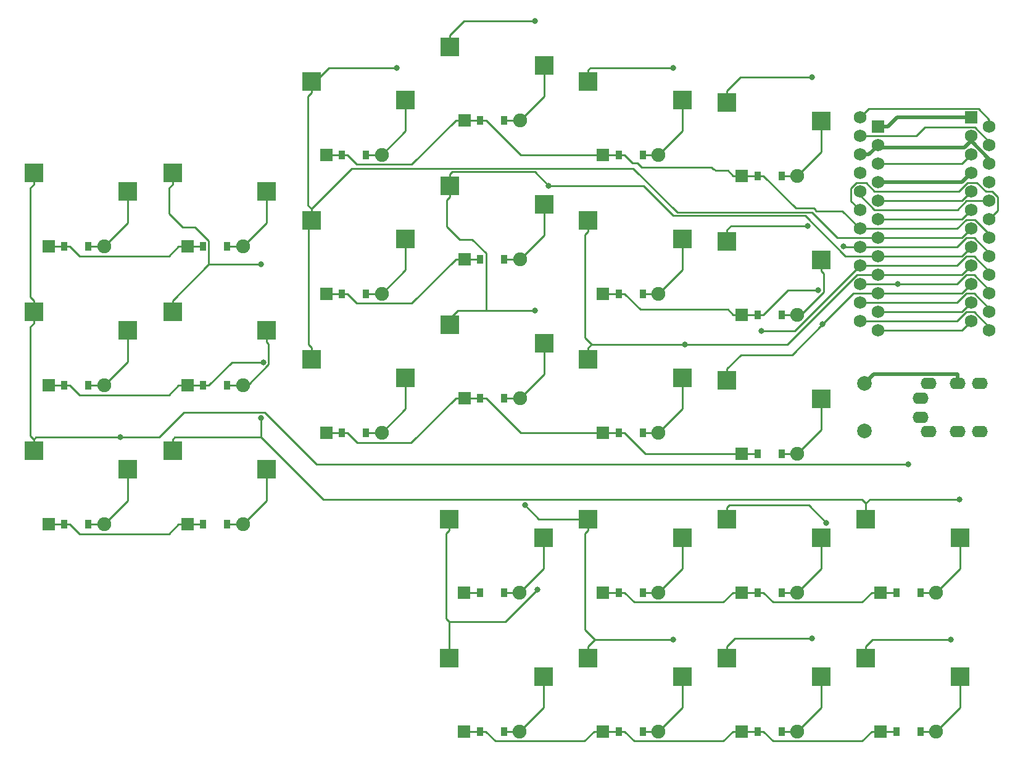
<source format=gbr>
%TF.GenerationSoftware,KiCad,Pcbnew,(6.0.8)*%
%TF.CreationDate,2022-10-22T23:02:27+01:00*%
%TF.ProjectId,board,626f6172-642e-46b6-9963-61645f706362,v1.0.0*%
%TF.SameCoordinates,Original*%
%TF.FileFunction,Copper,L1,Top*%
%TF.FilePolarity,Positive*%
%FSLAX46Y46*%
G04 Gerber Fmt 4.6, Leading zero omitted, Abs format (unit mm)*
G04 Created by KiCad (PCBNEW (6.0.8)) date 2022-10-22 23:02:27*
%MOMM*%
%LPD*%
G01*
G04 APERTURE LIST*
%TA.AperFunction,SMDPad,CuDef*%
%ADD10R,2.550000X2.500000*%
%TD*%
%TA.AperFunction,SMDPad,CuDef*%
%ADD11R,0.900000X1.200000*%
%TD*%
%TA.AperFunction,ComponentPad*%
%ADD12C,1.905000*%
%TD*%
%TA.AperFunction,ComponentPad*%
%ADD13R,1.778000X1.778000*%
%TD*%
%TA.AperFunction,ComponentPad*%
%ADD14R,1.752600X1.752600*%
%TD*%
%TA.AperFunction,ComponentPad*%
%ADD15C,1.752600*%
%TD*%
%TA.AperFunction,ComponentPad*%
%ADD16O,2.200000X1.600000*%
%TD*%
%TA.AperFunction,ComponentPad*%
%ADD17C,2.000000*%
%TD*%
%TA.AperFunction,ViaPad*%
%ADD18C,0.800000*%
%TD*%
%TA.AperFunction,Conductor*%
%ADD19C,0.250000*%
%TD*%
%TA.AperFunction,Conductor*%
%ADD20C,0.500000*%
%TD*%
G04 APERTURE END LIST*
D10*
%TO.P,S1,1*%
%TO.N,left_bottom*%
X26135000Y2540000D03*
%TO.P,S1,2*%
%TO.N,P21*%
X13208000Y5080000D03*
%TD*%
D11*
%TO.P,D1,1*%
%TO.N,P6*%
X17400000Y-5000000D03*
%TO.P,D1,2*%
%TO.N,left_bottom*%
X20700000Y-5000000D03*
D12*
%TO.P,D1,1*%
X22860000Y-5000000D03*
D13*
%TO.P,D1,2*%
%TO.N,P6*%
X15240000Y-5000000D03*
%TD*%
D10*
%TO.P,S2,1*%
%TO.N,left_home*%
X26135000Y21590000D03*
%TO.P,S2,2*%
%TO.N,P21*%
X13208000Y24130000D03*
%TD*%
D11*
%TO.P,D2,1*%
%TO.N,P5*%
X17400000Y14050000D03*
%TO.P,D2,2*%
%TO.N,left_home*%
X20700000Y14050000D03*
D12*
%TO.P,D2,1*%
X22860000Y14050000D03*
D13*
%TO.P,D2,2*%
%TO.N,P5*%
X15240000Y14050000D03*
%TD*%
D10*
%TO.P,S3,1*%
%TO.N,left_top*%
X26135000Y40640000D03*
%TO.P,S3,2*%
%TO.N,P21*%
X13208000Y43180000D03*
%TD*%
D11*
%TO.P,D3,1*%
%TO.N,P4*%
X17400000Y33100000D03*
%TO.P,D3,2*%
%TO.N,left_top*%
X20700000Y33100000D03*
D12*
%TO.P,D3,1*%
X22860000Y33100000D03*
D13*
%TO.P,D3,2*%
%TO.N,P4*%
X15240000Y33100000D03*
%TD*%
D10*
%TO.P,S4,1*%
%TO.N,pinky_bottom*%
X45185000Y2540000D03*
%TO.P,S4,2*%
%TO.N,P20*%
X32258000Y5080000D03*
%TD*%
D11*
%TO.P,D4,1*%
%TO.N,P6*%
X36450000Y-5000000D03*
%TO.P,D4,2*%
%TO.N,pinky_bottom*%
X39750000Y-5000000D03*
D12*
%TO.P,D4,1*%
X41910000Y-5000000D03*
D13*
%TO.P,D4,2*%
%TO.N,P6*%
X34290000Y-5000000D03*
%TD*%
D10*
%TO.P,S5,1*%
%TO.N,pinky_home*%
X45185000Y21590000D03*
%TO.P,S5,2*%
%TO.N,P20*%
X32258000Y24130000D03*
%TD*%
D11*
%TO.P,D5,1*%
%TO.N,P5*%
X36450000Y14050000D03*
%TO.P,D5,2*%
%TO.N,pinky_home*%
X39750000Y14050000D03*
D12*
%TO.P,D5,1*%
X41910000Y14050000D03*
D13*
%TO.P,D5,2*%
%TO.N,P5*%
X34290000Y14050000D03*
%TD*%
D10*
%TO.P,S6,1*%
%TO.N,pinky_top*%
X45185000Y40640000D03*
%TO.P,S6,2*%
%TO.N,P20*%
X32258000Y43180000D03*
%TD*%
D11*
%TO.P,D6,1*%
%TO.N,P4*%
X36450000Y33100000D03*
%TO.P,D6,2*%
%TO.N,pinky_top*%
X39750000Y33100000D03*
D12*
%TO.P,D6,1*%
X41910000Y33100000D03*
D13*
%TO.P,D6,2*%
%TO.N,P4*%
X34290000Y33100000D03*
%TD*%
D10*
%TO.P,S7,1*%
%TO.N,ring_bottom*%
X64235000Y15113000D03*
%TO.P,S7,2*%
%TO.N,P19*%
X51308000Y17653000D03*
%TD*%
D11*
%TO.P,D7,1*%
%TO.N,P6*%
X55500000Y7573000D03*
%TO.P,D7,2*%
%TO.N,ring_bottom*%
X58800000Y7573000D03*
D12*
%TO.P,D7,1*%
X60960000Y7573000D03*
D13*
%TO.P,D7,2*%
%TO.N,P6*%
X53340000Y7573000D03*
%TD*%
D10*
%TO.P,S8,1*%
%TO.N,ring_home*%
X64235000Y34163000D03*
%TO.P,S8,2*%
%TO.N,P19*%
X51308000Y36703000D03*
%TD*%
D11*
%TO.P,D8,1*%
%TO.N,P5*%
X55500000Y26623000D03*
%TO.P,D8,2*%
%TO.N,ring_home*%
X58800000Y26623000D03*
D12*
%TO.P,D8,1*%
X60960000Y26623000D03*
D13*
%TO.P,D8,2*%
%TO.N,P5*%
X53340000Y26623000D03*
%TD*%
D10*
%TO.P,S9,1*%
%TO.N,ring_top*%
X64235000Y53213000D03*
%TO.P,S9,2*%
%TO.N,P19*%
X51308000Y55753000D03*
%TD*%
D11*
%TO.P,D9,1*%
%TO.N,P4*%
X55500000Y45673000D03*
%TO.P,D9,2*%
%TO.N,ring_top*%
X58800000Y45673000D03*
D12*
%TO.P,D9,1*%
X60960000Y45673000D03*
D13*
%TO.P,D9,2*%
%TO.N,P4*%
X53340000Y45673000D03*
%TD*%
D10*
%TO.P,S10,1*%
%TO.N,middle_bottom*%
X83235000Y19875500D03*
%TO.P,S10,2*%
%TO.N,P18*%
X70308000Y22415500D03*
%TD*%
D11*
%TO.P,D10,1*%
%TO.N,P6*%
X74500000Y12335500D03*
%TO.P,D10,2*%
%TO.N,middle_bottom*%
X77800000Y12335500D03*
D12*
%TO.P,D10,1*%
X79960000Y12335500D03*
D13*
%TO.P,D10,2*%
%TO.N,P6*%
X72340000Y12335500D03*
%TD*%
D10*
%TO.P,S11,1*%
%TO.N,middle_home*%
X83235000Y38925500D03*
%TO.P,S11,2*%
%TO.N,P18*%
X70308000Y41465500D03*
%TD*%
D11*
%TO.P,D11,1*%
%TO.N,P5*%
X74500000Y31385500D03*
%TO.P,D11,2*%
%TO.N,middle_home*%
X77800000Y31385500D03*
D12*
%TO.P,D11,1*%
X79960000Y31385500D03*
D13*
%TO.P,D11,2*%
%TO.N,P5*%
X72340000Y31385500D03*
%TD*%
D10*
%TO.P,S12,1*%
%TO.N,middle_top*%
X83235000Y57975500D03*
%TO.P,S12,2*%
%TO.N,P18*%
X70308000Y60515500D03*
%TD*%
D11*
%TO.P,D12,1*%
%TO.N,P4*%
X74500000Y50435500D03*
%TO.P,D12,2*%
%TO.N,middle_top*%
X77800000Y50435500D03*
D12*
%TO.P,D12,1*%
X79960000Y50435500D03*
D13*
%TO.P,D12,2*%
%TO.N,P4*%
X72340000Y50435500D03*
%TD*%
D10*
%TO.P,S13,1*%
%TO.N,index_bottom*%
X102235000Y15113000D03*
%TO.P,S13,2*%
%TO.N,P15*%
X89308000Y17653000D03*
%TD*%
D11*
%TO.P,D13,1*%
%TO.N,P6*%
X93500000Y7573000D03*
%TO.P,D13,2*%
%TO.N,index_bottom*%
X96800000Y7573000D03*
D12*
%TO.P,D13,1*%
X98960000Y7573000D03*
D13*
%TO.P,D13,2*%
%TO.N,P6*%
X91340000Y7573000D03*
%TD*%
D10*
%TO.P,S14,1*%
%TO.N,index_home*%
X102235000Y34163000D03*
%TO.P,S14,2*%
%TO.N,P15*%
X89308000Y36703000D03*
%TD*%
D11*
%TO.P,D14,1*%
%TO.N,P5*%
X93500000Y26623000D03*
%TO.P,D14,2*%
%TO.N,index_home*%
X96800000Y26623000D03*
D12*
%TO.P,D14,1*%
X98960000Y26623000D03*
D13*
%TO.P,D14,2*%
%TO.N,P5*%
X91340000Y26623000D03*
%TD*%
D10*
%TO.P,S15,1*%
%TO.N,index_top*%
X102235000Y53213000D03*
%TO.P,S15,2*%
%TO.N,P15*%
X89308000Y55753000D03*
%TD*%
D11*
%TO.P,D15,1*%
%TO.N,P4*%
X93500000Y45673000D03*
%TO.P,D15,2*%
%TO.N,index_top*%
X96800000Y45673000D03*
D12*
%TO.P,D15,1*%
X98960000Y45673000D03*
D13*
%TO.P,D15,2*%
%TO.N,P4*%
X91340000Y45673000D03*
%TD*%
D10*
%TO.P,S16,1*%
%TO.N,inner_bottom*%
X121285000Y12255500D03*
%TO.P,S16,2*%
%TO.N,P14*%
X108358000Y14795500D03*
%TD*%
D11*
%TO.P,D16,1*%
%TO.N,P6*%
X112550000Y4715500D03*
%TO.P,D16,2*%
%TO.N,inner_bottom*%
X115850000Y4715500D03*
D12*
%TO.P,D16,1*%
X118010000Y4715500D03*
D13*
%TO.P,D16,2*%
%TO.N,P6*%
X110390000Y4715500D03*
%TD*%
D10*
%TO.P,S17,1*%
%TO.N,inner_home*%
X121285000Y31305500D03*
%TO.P,S17,2*%
%TO.N,P14*%
X108358000Y33845500D03*
%TD*%
D11*
%TO.P,D17,1*%
%TO.N,P5*%
X112550000Y23765500D03*
%TO.P,D17,2*%
%TO.N,inner_home*%
X115850000Y23765500D03*
D12*
%TO.P,D17,1*%
X118010000Y23765500D03*
D13*
%TO.P,D17,2*%
%TO.N,P5*%
X110390000Y23765500D03*
%TD*%
D10*
%TO.P,S18,1*%
%TO.N,inner_top*%
X121285000Y50355500D03*
%TO.P,S18,2*%
%TO.N,P14*%
X108358000Y52895500D03*
%TD*%
D11*
%TO.P,D18,1*%
%TO.N,P4*%
X112550000Y42815500D03*
%TO.P,D18,2*%
%TO.N,inner_top*%
X115850000Y42815500D03*
D12*
%TO.P,D18,1*%
X118010000Y42815500D03*
D13*
%TO.P,D18,2*%
%TO.N,P4*%
X110390000Y42815500D03*
%TD*%
D10*
%TO.P,S19,1*%
%TO.N,one_a_thumb*%
X83185000Y-6794500D03*
%TO.P,S19,2*%
%TO.N,P18*%
X70258000Y-4254500D03*
%TD*%
D11*
%TO.P,D19,1*%
%TO.N,P7*%
X74450000Y-14334500D03*
%TO.P,D19,2*%
%TO.N,one_a_thumb*%
X77750000Y-14334500D03*
D12*
%TO.P,D19,1*%
X79910000Y-14334500D03*
D13*
%TO.P,D19,2*%
%TO.N,P7*%
X72290000Y-14334500D03*
%TD*%
D10*
%TO.P,S20,1*%
%TO.N,one_b_thumb*%
X83185000Y-25844500D03*
%TO.P,S20,2*%
%TO.N,P18*%
X70258000Y-23304500D03*
%TD*%
D11*
%TO.P,D20,1*%
%TO.N,P7*%
X74450000Y-33384500D03*
%TO.P,D20,2*%
%TO.N,one_b_thumb*%
X77750000Y-33384500D03*
D12*
%TO.P,D20,1*%
X79910000Y-33384500D03*
D13*
%TO.P,D20,2*%
%TO.N,P7*%
X72290000Y-33384500D03*
%TD*%
D10*
%TO.P,S21,1*%
%TO.N,two_a_thumb*%
X102235000Y-6794500D03*
%TO.P,S21,2*%
%TO.N,P19*%
X89308000Y-4254500D03*
%TD*%
D11*
%TO.P,D21,1*%
%TO.N,P7*%
X93500000Y-14334500D03*
%TO.P,D21,2*%
%TO.N,two_a_thumb*%
X96800000Y-14334500D03*
D12*
%TO.P,D21,1*%
X98960000Y-14334500D03*
D13*
%TO.P,D21,2*%
%TO.N,P7*%
X91340000Y-14334500D03*
%TD*%
D10*
%TO.P,S22,1*%
%TO.N,two_b_thumb*%
X102235000Y-25844500D03*
%TO.P,S22,2*%
%TO.N,P19*%
X89308000Y-23304500D03*
%TD*%
D11*
%TO.P,D22,1*%
%TO.N,P7*%
X93500000Y-33384500D03*
%TO.P,D22,2*%
%TO.N,two_b_thumb*%
X96800000Y-33384500D03*
D12*
%TO.P,D22,1*%
X98960000Y-33384500D03*
D13*
%TO.P,D22,2*%
%TO.N,P7*%
X91340000Y-33384500D03*
%TD*%
D10*
%TO.P,S23,1*%
%TO.N,three_a_thumb*%
X121285000Y-6794500D03*
%TO.P,S23,2*%
%TO.N,P15*%
X108358000Y-4254500D03*
%TD*%
D11*
%TO.P,D23,1*%
%TO.N,P7*%
X112550000Y-14334500D03*
%TO.P,D23,2*%
%TO.N,three_a_thumb*%
X115850000Y-14334500D03*
D12*
%TO.P,D23,1*%
X118010000Y-14334500D03*
D13*
%TO.P,D23,2*%
%TO.N,P7*%
X110390000Y-14334500D03*
%TD*%
D10*
%TO.P,S24,1*%
%TO.N,three_b_thumb*%
X121285000Y-25844500D03*
%TO.P,S24,2*%
%TO.N,P14*%
X108358000Y-23304500D03*
%TD*%
D11*
%TO.P,D24,1*%
%TO.N,P7*%
X112550000Y-33384500D03*
%TO.P,D24,2*%
%TO.N,three_b_thumb*%
X115850000Y-33384500D03*
D12*
%TO.P,D24,1*%
X118010000Y-33384500D03*
D13*
%TO.P,D24,2*%
%TO.N,P7*%
X110390000Y-33384500D03*
%TD*%
D10*
%TO.P,S25,1*%
%TO.N,four_a_thumb*%
X140335000Y-6794500D03*
%TO.P,S25,2*%
%TO.N,P20*%
X127408000Y-4254500D03*
%TD*%
D11*
%TO.P,D25,1*%
%TO.N,P7*%
X131600000Y-14334500D03*
%TO.P,D25,2*%
%TO.N,four_a_thumb*%
X134900000Y-14334500D03*
D12*
%TO.P,D25,1*%
X137060000Y-14334500D03*
D13*
%TO.P,D25,2*%
%TO.N,P7*%
X129440000Y-14334500D03*
%TD*%
D10*
%TO.P,S26,1*%
%TO.N,four_b_thumb*%
X140335000Y-25844500D03*
%TO.P,S26,2*%
%TO.N,P21*%
X127408000Y-23304500D03*
%TD*%
D11*
%TO.P,D26,1*%
%TO.N,P7*%
X131600000Y-33384500D03*
%TO.P,D26,2*%
%TO.N,four_b_thumb*%
X134900000Y-33384500D03*
D12*
%TO.P,D26,1*%
X137060000Y-33384500D03*
D13*
%TO.P,D26,2*%
%TO.N,P7*%
X129440000Y-33384500D03*
%TD*%
D14*
%TO.P,MCU1,1*%
%TO.N,RAW*%
X141820000Y50785500D03*
D15*
%TO.P,MCU1,2*%
%TO.N,GND*%
X141820000Y48245500D03*
%TO.P,MCU1,3*%
%TO.N,RST*%
X141820000Y45705500D03*
%TO.P,MCU1,4*%
%TO.N,VCC*%
X141820000Y43165500D03*
%TO.P,MCU1,5*%
%TO.N,P21*%
X141820000Y40625500D03*
%TO.P,MCU1,6*%
%TO.N,P20*%
X141820000Y38085500D03*
%TO.P,MCU1,7*%
%TO.N,P19*%
X141820000Y35545500D03*
%TO.P,MCU1,8*%
%TO.N,P18*%
X141820000Y33005500D03*
%TO.P,MCU1,9*%
%TO.N,P15*%
X141820000Y30465500D03*
%TO.P,MCU1,10*%
%TO.N,P14*%
X141820000Y27925500D03*
%TO.P,MCU1,11*%
%TO.N,P16*%
X141820000Y25385500D03*
%TO.P,MCU1,12*%
%TO.N,P10*%
X141820000Y22845500D03*
%TO.P,MCU1,13*%
%TO.N,P1*%
X126580000Y50785500D03*
%TO.P,MCU1,14*%
%TO.N,P0*%
X126580000Y48245500D03*
%TO.P,MCU1,15*%
%TO.N,GND*%
X126580000Y45705500D03*
%TO.P,MCU1,16*%
X126580000Y43165500D03*
%TO.P,MCU1,17*%
%TO.N,P2*%
X126580000Y40625500D03*
%TO.P,MCU1,18*%
%TO.N,P3*%
X126580000Y38085500D03*
%TO.P,MCU1,19*%
%TO.N,P4*%
X126580000Y35545500D03*
%TO.P,MCU1,20*%
%TO.N,P5*%
X126580000Y33005500D03*
%TO.P,MCU1,21*%
%TO.N,P6*%
X126580000Y30465500D03*
%TO.P,MCU1,22*%
%TO.N,P7*%
X126580000Y27925500D03*
%TO.P,MCU1,23*%
%TO.N,P8*%
X126580000Y25385500D03*
%TO.P,MCU1,24*%
%TO.N,P9*%
X126580000Y22845500D03*
%TD*%
D14*
%TO.P,MCU2,1*%
%TO.N,RAW*%
X129080000Y49535500D03*
D15*
%TO.P,MCU2,2*%
%TO.N,GND*%
X129080000Y46995500D03*
%TO.P,MCU2,3*%
%TO.N,RST*%
X129080000Y44455500D03*
%TO.P,MCU2,4*%
%TO.N,VCC*%
X129080000Y41915500D03*
%TO.P,MCU2,5*%
%TO.N,P21*%
X129080000Y39375500D03*
%TO.P,MCU2,6*%
%TO.N,P20*%
X129080000Y36835500D03*
%TO.P,MCU2,7*%
%TO.N,P19*%
X129080000Y34295500D03*
%TO.P,MCU2,8*%
%TO.N,P18*%
X129080000Y31755500D03*
%TO.P,MCU2,9*%
%TO.N,P15*%
X129080000Y29215500D03*
%TO.P,MCU2,10*%
%TO.N,P14*%
X129080000Y26675500D03*
%TO.P,MCU2,11*%
%TO.N,P16*%
X129080000Y24135500D03*
%TO.P,MCU2,12*%
%TO.N,P10*%
X129080000Y21595500D03*
%TO.P,MCU2,13*%
%TO.N,P1*%
X144320000Y49535500D03*
%TO.P,MCU2,14*%
%TO.N,P0*%
X144320000Y46995500D03*
%TO.P,MCU2,15*%
%TO.N,GND*%
X144320000Y44455500D03*
%TO.P,MCU2,16*%
X144320000Y41915500D03*
%TO.P,MCU2,17*%
%TO.N,P2*%
X144320000Y39375500D03*
%TO.P,MCU2,18*%
%TO.N,P3*%
X144320000Y36835500D03*
%TO.P,MCU2,19*%
%TO.N,P4*%
X144320000Y34295500D03*
%TO.P,MCU2,20*%
%TO.N,P5*%
X144320000Y31755500D03*
%TO.P,MCU2,21*%
%TO.N,P6*%
X144320000Y29215500D03*
%TO.P,MCU2,22*%
%TO.N,P7*%
X144320000Y26675500D03*
%TO.P,MCU2,23*%
%TO.N,P8*%
X144320000Y24135500D03*
%TO.P,MCU2,24*%
%TO.N,P9*%
X144320000Y21595500D03*
%TD*%
D16*
%TO.P,TRRS1,1*%
%TO.N,N/C*%
X134900000Y12315500D03*
%TO.P,TRRS1,2*%
%TO.N,VCC*%
X136000000Y7715500D03*
%TO.P,TRRS1,3*%
%TO.N,GND*%
X140000000Y7715500D03*
%TO.P,TRRS1,4*%
%TO.N,P0*%
X143000000Y7715500D03*
%TD*%
%TO.P,TRRS2,1*%
%TO.N,N/C*%
X134900000Y9715500D03*
%TO.P,TRRS2,2*%
%TO.N,VCC*%
X136000000Y14315500D03*
%TO.P,TRRS2,3*%
%TO.N,GND*%
X140000000Y14315500D03*
%TO.P,TRRS2,4*%
%TO.N,P0*%
X143000000Y14315500D03*
%TD*%
D17*
%TO.P,B1,2*%
%TO.N,GND*%
X127200000Y14315500D03*
%TO.P,B1,1*%
%TO.N,RST*%
X127200000Y7815500D03*
%TD*%
D18*
%TO.N,P21*%
X133186700Y3263200D03*
X25104000Y6938700D03*
X139092000Y-20803200D03*
%TO.N,P6*%
X113032600Y21490600D03*
%TO.N,P5*%
X44733400Y17217500D03*
X120871100Y27155800D03*
X124314600Y33118200D03*
%TO.N,P20*%
X44412500Y30672700D03*
X44412500Y9634300D03*
X140221700Y-1549500D03*
%TO.N,P19*%
X80657100Y-2379700D03*
X62992000Y57640500D03*
X100992000Y-20803200D03*
%TO.N,P18*%
X83875000Y41443800D03*
X81992000Y24293500D03*
X81992000Y64060000D03*
X82366100Y-13938500D03*
%TO.N,P15*%
X102577700Y19690700D03*
X100992000Y57640500D03*
X121946000Y-4765200D03*
%TO.N,P14*%
X121460400Y22458200D03*
X119407200Y35939800D03*
X120042000Y56332300D03*
X120042000Y-20636200D03*
%TO.N,P7*%
X131765900Y27925500D03*
%TD*%
D19*
%TO.N,left_bottom*%
X22860000Y-5000000D02*
X26135000Y-1725000D01*
X26135000Y-1725000D02*
X26135000Y2540000D01*
X22860000Y-5000000D02*
X20700000Y-5000000D01*
%TO.N,P21*%
X133186700Y3263200D02*
X51991000Y3263200D01*
X51991000Y3263200D02*
X44889200Y10365000D01*
X44889200Y10365000D02*
X33852100Y10365000D01*
X33852100Y10365000D02*
X30425800Y6938700D01*
X30425800Y6938700D02*
X25104000Y6938700D01*
X25104000Y6938700D02*
X13491400Y6938700D01*
X13491400Y6938700D02*
X13208000Y6655300D01*
X13208000Y22554700D02*
X12755900Y22102600D01*
X12755900Y22102600D02*
X12755900Y7107400D01*
X12755900Y7107400D02*
X13208000Y6655300D01*
X13208000Y5080000D02*
X13208000Y6655300D01*
X13208000Y24130000D02*
X13208000Y22554700D01*
X13208000Y24917700D02*
X13208000Y24130000D01*
X13208000Y24917700D02*
X13208000Y25705300D01*
X13208000Y43180000D02*
X13208000Y41604700D01*
X13208000Y41604700D02*
X12755900Y41152600D01*
X12755900Y41152600D02*
X12755900Y26157400D01*
X12755900Y26157400D02*
X13208000Y25705300D01*
X127408000Y-21729200D02*
X128334000Y-20803200D01*
X128334000Y-20803200D02*
X139092000Y-20803200D01*
X127408000Y-23304500D02*
X127408000Y-21729200D01*
X129080000Y39375500D02*
X140570000Y39375500D01*
X140570000Y39375500D02*
X141820000Y40625500D01*
%TO.N,P6*%
X72340000Y12335500D02*
X71125700Y12335500D01*
X71125700Y12335500D02*
X65017500Y6227300D01*
X65017500Y6227300D02*
X57621000Y6227300D01*
X57621000Y6227300D02*
X56275300Y7573000D01*
X74500000Y12335500D02*
X72340000Y12335500D01*
X55500000Y7573000D02*
X56275300Y7573000D01*
X126580000Y30465500D02*
X117605100Y21490600D01*
X117605100Y21490600D02*
X113032600Y21490600D01*
X144320000Y29215500D02*
X144320000Y29696500D01*
X144320000Y29696500D02*
X142281000Y31735500D01*
X142281000Y31735500D02*
X141186900Y31735500D01*
X141186900Y31735500D02*
X139916900Y30465500D01*
X139916900Y30465500D02*
X126580000Y30465500D01*
X15240000Y-5000000D02*
X17400000Y-5000000D01*
X17400000Y-5000000D02*
X18175300Y-5000000D01*
X34290000Y-5000000D02*
X33075700Y-5000000D01*
X33075700Y-5000000D02*
X31755600Y-6320100D01*
X31755600Y-6320100D02*
X19495400Y-6320100D01*
X19495400Y-6320100D02*
X18175300Y-5000000D01*
X36450000Y-5000000D02*
X34290000Y-5000000D01*
X53340000Y7573000D02*
X55500000Y7573000D01*
X74500000Y12335500D02*
X75275300Y12335500D01*
X91340000Y7573000D02*
X80037800Y7573000D01*
X80037800Y7573000D02*
X75275300Y12335500D01*
X93500000Y7573000D02*
X91340000Y7573000D01*
X93500000Y7573000D02*
X94275300Y7573000D01*
X110390000Y4715500D02*
X97132800Y4715500D01*
X97132800Y4715500D02*
X94275300Y7573000D01*
X112550000Y4715500D02*
X110390000Y4715500D01*
%TO.N,left_home*%
X22860000Y14050000D02*
X26135000Y17325000D01*
X26135000Y17325000D02*
X26135000Y21590000D01*
X22860000Y14050000D02*
X20700000Y14050000D01*
%TO.N,P5*%
X36450000Y14050000D02*
X37225300Y14050000D01*
X44733400Y17217500D02*
X40392800Y17217500D01*
X40392800Y17217500D02*
X37225300Y14050000D01*
X55500000Y26623000D02*
X56275300Y26623000D01*
X72340000Y31385500D02*
X71125700Y31385500D01*
X71125700Y31385500D02*
X65084000Y25343800D01*
X65084000Y25343800D02*
X57554500Y25343800D01*
X57554500Y25343800D02*
X56275300Y26623000D01*
X74500000Y31385500D02*
X72340000Y31385500D01*
X126580000Y33005500D02*
X124427300Y33005500D01*
X124427300Y33005500D02*
X124314600Y33118200D01*
X112550000Y23765500D02*
X113325300Y23765500D01*
X120871100Y27155800D02*
X116715600Y27155800D01*
X116715600Y27155800D02*
X113325300Y23765500D01*
X144320000Y31755500D02*
X144320000Y32236500D01*
X144320000Y32236500D02*
X142281000Y34275500D01*
X142281000Y34275500D02*
X141186900Y34275500D01*
X141186900Y34275500D02*
X139916900Y33005500D01*
X139916900Y33005500D02*
X126580000Y33005500D01*
X110390000Y23765500D02*
X112550000Y23765500D01*
X15240000Y14050000D02*
X17400000Y14050000D01*
X17400000Y14050000D02*
X18175300Y14050000D01*
X34290000Y14050000D02*
X33075700Y14050000D01*
X33075700Y14050000D02*
X31756900Y12731200D01*
X31756900Y12731200D02*
X19494100Y12731200D01*
X19494100Y12731200D02*
X18175300Y14050000D01*
X36450000Y14050000D02*
X34290000Y14050000D01*
X53340000Y26623000D02*
X55500000Y26623000D01*
X93500000Y26623000D02*
X91340000Y26623000D01*
X110390000Y23765500D02*
X109175700Y23765500D01*
X109175700Y23765500D02*
X108484700Y24456500D01*
X108484700Y24456500D02*
X96441800Y24456500D01*
X96441800Y24456500D02*
X94275300Y26623000D01*
X93500000Y26623000D02*
X94275300Y26623000D01*
%TO.N,left_top*%
X22860000Y33100000D02*
X26135000Y36375000D01*
X26135000Y36375000D02*
X26135000Y40640000D01*
X22860000Y33100000D02*
X20700000Y33100000D01*
%TO.N,P4*%
X109175700Y42815500D02*
X108467200Y43524000D01*
X108467200Y43524000D02*
X106785700Y43524000D01*
X106785700Y43524000D02*
X106582200Y43727500D01*
X106582200Y43727500D02*
X106474100Y43727500D01*
X106474100Y43727500D02*
X106227300Y43974300D01*
X106227300Y43974300D02*
X96610900Y43974300D01*
X96610900Y43974300D02*
X96009600Y44575600D01*
X96009600Y44575600D02*
X95372700Y44575600D01*
X95372700Y44575600D02*
X94275300Y45673000D01*
X126580000Y35545500D02*
X124187700Y37937800D01*
X124187700Y37937800D02*
X120517600Y37937800D01*
X120517600Y37937800D02*
X120517600Y38124400D01*
X120517600Y38124400D02*
X120253900Y38388100D01*
X120253900Y38388100D02*
X117829700Y38388100D01*
X117829700Y38388100D02*
X117791200Y38349600D01*
X117791200Y38349600D02*
X113325300Y42815500D01*
X55500000Y45673000D02*
X56275300Y45673000D01*
X72340000Y50435500D02*
X71125700Y50435500D01*
X71125700Y50435500D02*
X65084000Y44393800D01*
X65084000Y44393800D02*
X57554500Y44393800D01*
X57554500Y44393800D02*
X56275300Y45673000D01*
X74500000Y50435500D02*
X72340000Y50435500D01*
X126580000Y35545500D02*
X139916900Y35545500D01*
X139916900Y35545500D02*
X141150600Y36779200D01*
X141150600Y36779200D02*
X142364600Y36779200D01*
X142364600Y36779200D02*
X144320000Y34823800D01*
X144320000Y34823800D02*
X144320000Y34295500D01*
X15240000Y33100000D02*
X17400000Y33100000D01*
X17400000Y33100000D02*
X18175300Y33100000D01*
X34290000Y33100000D02*
X33075700Y33100000D01*
X33075700Y33100000D02*
X31756900Y31781200D01*
X31756900Y31781200D02*
X19494100Y31781200D01*
X19494100Y31781200D02*
X18175300Y33100000D01*
X36450000Y33100000D02*
X34290000Y33100000D01*
X53340000Y45673000D02*
X55500000Y45673000D01*
X74500000Y50435500D02*
X75275300Y50435500D01*
X91340000Y45673000D02*
X80037800Y45673000D01*
X80037800Y45673000D02*
X75275300Y50435500D01*
X93500000Y45673000D02*
X91340000Y45673000D01*
X110390000Y42815500D02*
X109175700Y42815500D01*
X110390000Y42815500D02*
X112550000Y42815500D01*
X93500000Y45673000D02*
X94275300Y45673000D01*
X112550000Y42815500D02*
X113325300Y42815500D01*
%TO.N,pinky_bottom*%
X41910000Y-5000000D02*
X45185000Y-1725000D01*
X45185000Y-1725000D02*
X45185000Y2540000D01*
X41910000Y-5000000D02*
X39750000Y-5000000D01*
%TO.N,P20*%
X37225400Y30672700D02*
X44412500Y30672700D01*
X37225400Y30672700D02*
X32258000Y25705300D01*
X32258000Y41604700D02*
X31828200Y41174900D01*
X31828200Y41174900D02*
X31828200Y37603100D01*
X31828200Y37603100D02*
X33650600Y35780700D01*
X33650600Y35780700D02*
X35323800Y35780700D01*
X35323800Y35780700D02*
X37225400Y33879100D01*
X37225400Y33879100D02*
X37225400Y30672700D01*
X44412500Y6945600D02*
X32548300Y6945600D01*
X32548300Y6945600D02*
X32258000Y6655300D01*
X127408000Y-2101900D02*
X126905700Y-1599600D01*
X126905700Y-1599600D02*
X52957700Y-1599600D01*
X52957700Y-1599600D02*
X44412500Y6945600D01*
X44412500Y6945600D02*
X44412500Y9634300D01*
X32258000Y24130000D02*
X32258000Y25705300D01*
X32258000Y43180000D02*
X32258000Y41604700D01*
X140221700Y-1549500D02*
X127960400Y-1549500D01*
X127960400Y-1549500D02*
X127408000Y-2101900D01*
X127408000Y-2679200D02*
X127408000Y-2101900D01*
X32258000Y5080000D02*
X32258000Y6655300D01*
X127408000Y-4254500D02*
X127408000Y-2679200D01*
X129080000Y36835500D02*
X140570000Y36835500D01*
X140570000Y36835500D02*
X141820000Y38085500D01*
%TO.N,pinky_home*%
X45185000Y21590000D02*
X45185000Y20014700D01*
X41910000Y14050000D02*
X42591700Y14050000D01*
X42591700Y14050000D02*
X45458700Y16917000D01*
X45458700Y16917000D02*
X45458700Y19741000D01*
X45458700Y19741000D02*
X45185000Y20014700D01*
X39750000Y14050000D02*
X41910000Y14050000D01*
%TO.N,pinky_top*%
X41910000Y33100000D02*
X45185000Y36375000D01*
X45185000Y36375000D02*
X45185000Y40640000D01*
X39750000Y33100000D02*
X41910000Y33100000D01*
%TO.N,ring_bottom*%
X64235000Y15113000D02*
X64235000Y10848000D01*
X64235000Y10848000D02*
X60960000Y7573000D01*
X60960000Y7573000D02*
X58800000Y7573000D01*
%TO.N,P19*%
X129080000Y34295500D02*
X123484600Y34295500D01*
X123484600Y34295500D02*
X120001300Y37778800D01*
X120001300Y37778800D02*
X101532600Y37778800D01*
X101532600Y37778800D02*
X95486800Y43824600D01*
X95486800Y43824600D02*
X56854300Y43824600D01*
X56854300Y43824600D02*
X51308000Y38278300D01*
X141820000Y35545500D02*
X140570000Y34295500D01*
X140570000Y34295500D02*
X129080000Y34295500D01*
X80657100Y-2379700D02*
X82531900Y-4254500D01*
X82531900Y-4254500D02*
X89308000Y-4254500D01*
X51308000Y55233500D02*
X53715000Y57640500D01*
X53715000Y57640500D02*
X62992000Y57640500D01*
X51308000Y55233500D02*
X51308000Y54177700D01*
X51308000Y55753000D02*
X51308000Y55233500D01*
X51308000Y17653000D02*
X51308000Y19228300D01*
X51308000Y37490700D02*
X50886700Y37069400D01*
X50886700Y37069400D02*
X50886700Y19649600D01*
X50886700Y19649600D02*
X51308000Y19228300D01*
X51308000Y37490700D02*
X51308000Y38278300D01*
X51308000Y36703000D02*
X51308000Y37490700D01*
X51308000Y54177700D02*
X50842300Y53712000D01*
X50842300Y53712000D02*
X50842300Y38744000D01*
X50842300Y38744000D02*
X51308000Y38278300D01*
X90234000Y-20803200D02*
X100992000Y-20803200D01*
X89308000Y-21729200D02*
X90234000Y-20803200D01*
X89308000Y-5829800D02*
X88873000Y-6264800D01*
X88873000Y-6264800D02*
X88873000Y-19442200D01*
X88873000Y-19442200D02*
X90234000Y-20803200D01*
X89308000Y-4254500D02*
X89308000Y-5829800D01*
X89308000Y-23304500D02*
X89308000Y-21729200D01*
%TO.N,ring_home*%
X64235000Y34163000D02*
X64235000Y29898000D01*
X64235000Y29898000D02*
X60960000Y26623000D01*
X60960000Y26623000D02*
X58800000Y26623000D01*
%TO.N,ring_top*%
X64235000Y53213000D02*
X64235000Y48948000D01*
X64235000Y48948000D02*
X60960000Y45673000D01*
X60960000Y45673000D02*
X58800000Y45673000D01*
%TO.N,middle_bottom*%
X79960000Y12335500D02*
X83235000Y15610500D01*
X83235000Y15610500D02*
X83235000Y19875500D01*
X77800000Y12335500D02*
X79960000Y12335500D01*
%TO.N,P18*%
X129080000Y31755500D02*
X124617300Y31755500D01*
X124617300Y31755500D02*
X119044400Y37328400D01*
X119044400Y37328400D02*
X100980500Y37328400D01*
X100980500Y37328400D02*
X96865100Y41443800D01*
X96865100Y41443800D02*
X83875000Y41443800D01*
X83875000Y41443800D02*
X81977200Y43341600D01*
X81977200Y43341600D02*
X70608800Y43341600D01*
X70608800Y43341600D02*
X70308000Y43040800D01*
X75275400Y24293500D02*
X75275400Y32164600D01*
X75275400Y32164600D02*
X73373800Y34066200D01*
X73373800Y34066200D02*
X71654000Y34066200D01*
X71654000Y34066200D02*
X69887100Y35833100D01*
X69887100Y35833100D02*
X69887100Y39469300D01*
X69887100Y39469300D02*
X70308000Y39890200D01*
X70308000Y23203200D02*
X71398200Y24293400D01*
X71398200Y24293400D02*
X75275400Y24293400D01*
X75275400Y24293400D02*
X75275400Y24293500D01*
X75275400Y24293500D02*
X81992000Y24293500D01*
X70308000Y22415500D02*
X70308000Y23203200D01*
X70308000Y41465500D02*
X70308000Y43040800D01*
X70308000Y40946000D02*
X70308000Y41465500D01*
X70308000Y40946000D02*
X70308000Y39890200D01*
X70308000Y60515500D02*
X70308000Y62090800D01*
X70308000Y62090800D02*
X72277200Y64060000D01*
X72277200Y64060000D02*
X81992000Y64060000D01*
X70258000Y-18342100D02*
X77962500Y-18342100D01*
X77962500Y-18342100D02*
X82366100Y-13938500D01*
X70258000Y-5829800D02*
X69826000Y-6261800D01*
X69826000Y-6261800D02*
X69826000Y-17910100D01*
X69826000Y-17910100D02*
X70258000Y-18342100D01*
X70258000Y-21729200D02*
X70258000Y-18342100D01*
X70258000Y-4254500D02*
X70258000Y-5829800D01*
X70258000Y-23304500D02*
X70258000Y-21729200D01*
X141820000Y33005500D02*
X140570000Y31755500D01*
X140570000Y31755500D02*
X129080000Y31755500D01*
%TO.N,middle_home*%
X79960000Y31385500D02*
X83235000Y34660500D01*
X83235000Y34660500D02*
X83235000Y38925500D01*
X77800000Y31385500D02*
X79960000Y31385500D01*
%TO.N,middle_top*%
X79960000Y50435500D02*
X83235000Y53710500D01*
X83235000Y53710500D02*
X83235000Y57975500D01*
X79960000Y50435500D02*
X77800000Y50435500D01*
%TO.N,index_bottom*%
X98960000Y7573000D02*
X102235000Y10848000D01*
X102235000Y10848000D02*
X102235000Y15113000D01*
X98960000Y7573000D02*
X96800000Y7573000D01*
%TO.N,P15*%
X102577700Y19690700D02*
X89770400Y19690700D01*
X129080000Y29215500D02*
X126170700Y29215500D01*
X126170700Y29215500D02*
X116645900Y19690700D01*
X116645900Y19690700D02*
X102577700Y19690700D01*
X89770400Y19690700D02*
X89308000Y19228300D01*
X89308000Y35127700D02*
X88885900Y34705600D01*
X88885900Y34705600D02*
X88885900Y20575200D01*
X88885900Y20575200D02*
X89770400Y19690700D01*
X89308000Y36703000D02*
X89308000Y35127700D01*
X89308000Y57328300D02*
X89620200Y57640500D01*
X89620200Y57640500D02*
X100992000Y57640500D01*
X89308000Y55753000D02*
X89308000Y57328300D01*
X141820000Y30465500D02*
X140570000Y29215500D01*
X140570000Y29215500D02*
X129080000Y29215500D01*
X89308000Y17653000D02*
X89308000Y19228300D01*
X108358000Y-4254500D02*
X108358000Y-2679200D01*
X108358000Y-2679200D02*
X108653900Y-2383300D01*
X108653900Y-2383300D02*
X119564100Y-2383300D01*
X119564100Y-2383300D02*
X121946000Y-4765200D01*
%TO.N,index_home*%
X98960000Y26623000D02*
X102235000Y29898000D01*
X102235000Y29898000D02*
X102235000Y34163000D01*
X98960000Y26623000D02*
X96800000Y26623000D01*
%TO.N,index_top*%
X98960000Y45673000D02*
X102235000Y48948000D01*
X102235000Y48948000D02*
X102235000Y53213000D01*
X98960000Y45673000D02*
X96800000Y45673000D01*
%TO.N,inner_bottom*%
X118010000Y4715500D02*
X121285000Y7990500D01*
X121285000Y7990500D02*
X121285000Y12255500D01*
X115850000Y4715500D02*
X118010000Y4715500D01*
%TO.N,P14*%
X129080000Y26675500D02*
X125677700Y26675500D01*
X125677700Y26675500D02*
X121460400Y22458200D01*
X108358000Y16370800D02*
X110254100Y18266900D01*
X110254100Y18266900D02*
X117269100Y18266900D01*
X117269100Y18266900D02*
X121460400Y22458200D01*
X108358000Y33845500D02*
X108358000Y35420800D01*
X108358000Y35420800D02*
X108877000Y35939800D01*
X108877000Y35939800D02*
X119407200Y35939800D01*
X108358000Y54470800D02*
X110219500Y56332300D01*
X110219500Y56332300D02*
X120042000Y56332300D01*
X108358000Y52895500D02*
X108358000Y54470800D01*
X108358000Y-21729200D02*
X109451000Y-20636200D01*
X109451000Y-20636200D02*
X120042000Y-20636200D01*
X108358000Y-23304500D02*
X108358000Y-21729200D01*
X108358000Y14795500D02*
X108358000Y16370800D01*
X141820000Y27925500D02*
X140570000Y26675500D01*
X140570000Y26675500D02*
X129080000Y26675500D01*
%TO.N,inner_home*%
X121285000Y31305500D02*
X121285000Y29730200D01*
X118010000Y23765500D02*
X118506600Y23765500D01*
X118506600Y23765500D02*
X121596400Y26855300D01*
X121596400Y26855300D02*
X121596400Y29418800D01*
X121596400Y29418800D02*
X121285000Y29730200D01*
X118010000Y23765500D02*
X115850000Y23765500D01*
%TO.N,inner_top*%
X118010000Y42815500D02*
X121285000Y46090500D01*
X121285000Y46090500D02*
X121285000Y50355500D01*
X118010000Y42815500D02*
X115850000Y42815500D01*
%TO.N,one_a_thumb*%
X79910000Y-14334500D02*
X83185000Y-11059500D01*
X83185000Y-11059500D02*
X83185000Y-6794500D01*
X79910000Y-14334500D02*
X77750000Y-14334500D01*
%TO.N,P7*%
X131765900Y27925500D02*
X126580000Y27925500D01*
X144320000Y26675500D02*
X144320000Y27156500D01*
X144320000Y27156500D02*
X142281000Y29195500D01*
X142281000Y29195500D02*
X141186900Y29195500D01*
X141186900Y29195500D02*
X139916900Y27925500D01*
X139916900Y27925500D02*
X131765900Y27925500D01*
X72290000Y-14334500D02*
X74450000Y-14334500D01*
X72290000Y-33384500D02*
X74450000Y-33384500D01*
X93500000Y-14334500D02*
X91340000Y-14334500D01*
X74450000Y-33384500D02*
X75225300Y-33384500D01*
X91340000Y-33384500D02*
X90125700Y-33384500D01*
X90125700Y-33384500D02*
X88805600Y-34704600D01*
X88805600Y-34704600D02*
X76545400Y-34704600D01*
X76545400Y-34704600D02*
X75225300Y-33384500D01*
X93500000Y-33384500D02*
X91340000Y-33384500D01*
X93500000Y-14334500D02*
X94275300Y-14334500D01*
X110390000Y-14334500D02*
X109175700Y-14334500D01*
X109175700Y-14334500D02*
X107843000Y-15667200D01*
X107843000Y-15667200D02*
X95608000Y-15667200D01*
X95608000Y-15667200D02*
X94275300Y-14334500D01*
X112550000Y-14334500D02*
X110390000Y-14334500D01*
X93500000Y-33384500D02*
X94275300Y-33384500D01*
X110390000Y-33384500D02*
X109175700Y-33384500D01*
X109175700Y-33384500D02*
X107855600Y-34704600D01*
X107855600Y-34704600D02*
X95595400Y-34704600D01*
X95595400Y-34704600D02*
X94275300Y-33384500D01*
X112550000Y-33384500D02*
X110390000Y-33384500D01*
X112550000Y-14334500D02*
X113325300Y-14334500D01*
X129440000Y-14334500D02*
X128225700Y-14334500D01*
X128225700Y-14334500D02*
X126906900Y-15653300D01*
X126906900Y-15653300D02*
X114644100Y-15653300D01*
X114644100Y-15653300D02*
X113325300Y-14334500D01*
X131600000Y-14334500D02*
X129440000Y-14334500D01*
X112550000Y-33384500D02*
X113325300Y-33384500D01*
X129440000Y-33384500D02*
X128225700Y-33384500D01*
X128225700Y-33384500D02*
X126905600Y-34704600D01*
X126905600Y-34704600D02*
X114645400Y-34704600D01*
X114645400Y-34704600D02*
X113325300Y-33384500D01*
X131600000Y-33384500D02*
X129440000Y-33384500D01*
%TO.N,one_b_thumb*%
X79910000Y-33384500D02*
X83185000Y-30109500D01*
X83185000Y-30109500D02*
X83185000Y-25844500D01*
X79910000Y-33384500D02*
X77750000Y-33384500D01*
%TO.N,two_a_thumb*%
X98960000Y-14334500D02*
X102235000Y-11059500D01*
X102235000Y-11059500D02*
X102235000Y-6794500D01*
X98960000Y-14334500D02*
X96800000Y-14334500D01*
%TO.N,two_b_thumb*%
X98960000Y-33384500D02*
X102235000Y-30109500D01*
X102235000Y-30109500D02*
X102235000Y-25844500D01*
X98960000Y-33384500D02*
X96800000Y-33384500D01*
%TO.N,three_a_thumb*%
X118010000Y-14334500D02*
X121285000Y-11059500D01*
X121285000Y-11059500D02*
X121285000Y-6794500D01*
X118010000Y-14334500D02*
X115850000Y-14334500D01*
%TO.N,three_b_thumb*%
X118010000Y-33384500D02*
X121285000Y-30109500D01*
X121285000Y-30109500D02*
X121285000Y-25844500D01*
X118010000Y-33384500D02*
X115850000Y-33384500D01*
%TO.N,four_a_thumb*%
X137060000Y-14334500D02*
X140335000Y-11059500D01*
X140335000Y-11059500D02*
X140335000Y-6794500D01*
X134900000Y-14334500D02*
X137060000Y-14334500D01*
%TO.N,four_b_thumb*%
X137060000Y-33384500D02*
X140335000Y-30109500D01*
X140335000Y-30109500D02*
X140335000Y-25844500D01*
X137060000Y-33384500D02*
X134900000Y-33384500D01*
D20*
%TO.N,RAW*%
X129080000Y49535500D02*
X130406600Y49535500D01*
X130406600Y49535500D02*
X131656600Y50785500D01*
X131656600Y50785500D02*
X141820000Y50785500D01*
%TO.N,GND*%
X141820000Y47581700D02*
X141820000Y48245500D01*
X144320000Y44455500D02*
X144320000Y45081700D01*
X144320000Y45081700D02*
X141820000Y47581700D01*
X128790200Y46705700D02*
X140944000Y46705700D01*
X140944000Y46705700D02*
X141820000Y47581700D01*
X128790200Y46705700D02*
X127790000Y45705500D01*
X127790000Y45705500D02*
X126580000Y45705500D01*
X129080000Y46995500D02*
X128790200Y46705700D01*
X140000000Y14315500D02*
X140000000Y15565800D01*
X127200000Y14315500D02*
X128450300Y15565800D01*
X128450300Y15565800D02*
X140000000Y15565800D01*
D19*
%TO.N,RST*%
X129080000Y44455500D02*
X140570000Y44455500D01*
X140570000Y44455500D02*
X141820000Y45705500D01*
D20*
%TO.N,VCC*%
X129080000Y41915500D02*
X140570000Y41915500D01*
X140570000Y41915500D02*
X141820000Y43165500D01*
D19*
%TO.N,P16*%
X141820000Y25385500D02*
X140570000Y24135500D01*
X140570000Y24135500D02*
X129080000Y24135500D01*
%TO.N,P10*%
X129080000Y21595500D02*
X140570000Y21595500D01*
X140570000Y21595500D02*
X141820000Y22845500D01*
%TO.N,P1*%
X144320000Y49535500D02*
X144320000Y50525100D01*
X144320000Y50525100D02*
X142857900Y51987200D01*
X142857900Y51987200D02*
X127781700Y51987200D01*
X127781700Y51987200D02*
X126580000Y50785500D01*
%TO.N,P0*%
X144320000Y46995500D02*
X144320000Y47464300D01*
X144320000Y47464300D02*
X142328600Y49455700D01*
X142328600Y49455700D02*
X135538200Y49455700D01*
X135538200Y49455700D02*
X134328000Y48245500D01*
X134328000Y48245500D02*
X126580000Y48245500D01*
%TO.N,P2*%
X126580000Y40625500D02*
X126580000Y40156700D01*
X126580000Y40156700D02*
X128570000Y38166700D01*
X128570000Y38166700D02*
X139998100Y38166700D01*
X139998100Y38166700D02*
X141206900Y39375500D01*
X141206900Y39375500D02*
X144320000Y39375500D01*
%TO.N,P3*%
X144320000Y36835500D02*
X145531800Y38047300D01*
X145531800Y38047300D02*
X145531800Y39888200D01*
X145531800Y39888200D02*
X144774500Y40645500D01*
X144774500Y40645500D02*
X143859100Y40645500D01*
X143859100Y40645500D02*
X142622000Y41882600D01*
X142622000Y41882600D02*
X141364200Y41882600D01*
X141364200Y41882600D02*
X140177700Y40696100D01*
X140177700Y40696100D02*
X128568500Y40696100D01*
X128568500Y40696100D02*
X127424300Y41840300D01*
X127424300Y41840300D02*
X126090800Y41840300D01*
X126090800Y41840300D02*
X125347800Y41097300D01*
X125347800Y41097300D02*
X125347800Y39317700D01*
X125347800Y39317700D02*
X126580000Y38085500D01*
%TO.N,P8*%
X126580000Y25385500D02*
X139916900Y25385500D01*
X139916900Y25385500D02*
X141186900Y26655500D01*
X141186900Y26655500D02*
X142281000Y26655500D01*
X142281000Y26655500D02*
X144320000Y24616500D01*
X144320000Y24616500D02*
X144320000Y24135500D01*
%TO.N,P9*%
X126580000Y22845500D02*
X139916900Y22845500D01*
X139916900Y22845500D02*
X141186900Y24115500D01*
X141186900Y24115500D02*
X142281000Y24115500D01*
X142281000Y24115500D02*
X144320000Y22076500D01*
X144320000Y22076500D02*
X144320000Y21595500D01*
%TD*%
M02*

</source>
